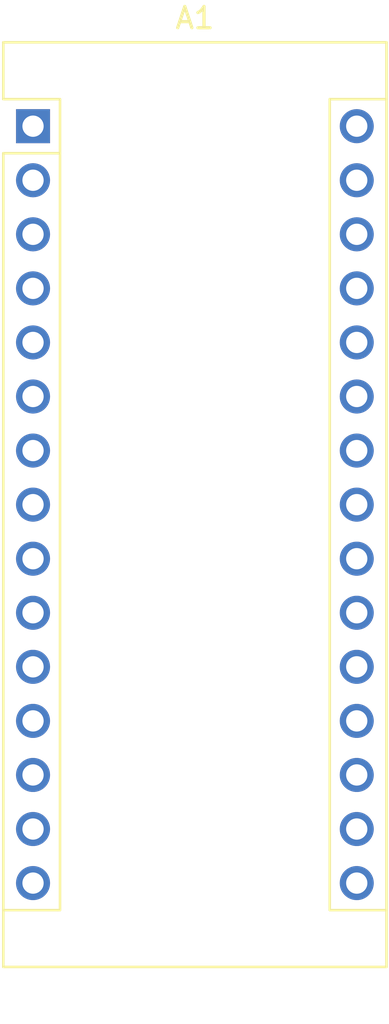
<source format=kicad_pcb>
(kicad_pcb (version 20211014) (generator pcbnew)
  (layers (0 "F.Cu" signal) (31 "B.Cu" signal) (34 "B.Paste" user) (35 "F.Paste" user) (36 "B.SilkS" user "B.Silkscreen") (37 "F.SilkS" user "F.Silkscreen") (38 "B.Mask" user) (39 "F.Mask" user) (44 "Edge.Cuts" user))
  (net 0 "")
  (footprint "Module:Arduino_Nano" (layer "F.Cu") (at 150.8 81.3)
    (fp_text reference "A1" (at 7.62 -5.08) (layer "F.SilkS"))
    (fp_text value "Arduino_Nano_v3.x")
    (fp_line (start 1.27 36.83) (end -1.4 36.83) (layer "F.SilkS") (width 0.12))
    (fp_line (start 1.27 1.27) (end 1.27 -1.27) (layer "F.SilkS") (width 0.12))
    (fp_line (start 13.97 -1.27) (end 13.97 36.83) (layer "F.SilkS") (width 0.12))
    (fp_line (start -1.4 39.5) (end 16.64 39.5) (layer "F.SilkS") (width 0.12))
    (fp_line (start 13.97 36.83) (end 16.64 36.83) (layer "F.SilkS") (width 0.12))
    (fp_line (start 1.27 1.27) (end -1.4 1.27) (layer "F.SilkS") (width 0.12))
    (fp_line (start 1.27 1.27) (end 1.27 36.83) (layer "F.SilkS") (width 0.12))
    (fp_line (start 13.97 -1.27) (end 16.64 -1.27) (layer "F.SilkS") (width 0.12))
    (fp_line (start 1.27 -1.27) (end -1.4 -1.27) (layer "F.SilkS") (width 0.12))
    (fp_line (start -1.4 -3.94) (end -1.4 -1.27) (layer "F.SilkS") (width 0.12))
    (fp_line (start 16.64 -3.94) (end -1.4 -3.94) (layer "F.SilkS") (width 0.12))
    (fp_line (start 16.64 39.5) (end 16.64 -3.94) (layer "F.SilkS") (width 0.12))
    (fp_line (start -1.4 1.27) (end -1.4 39.5) (layer "F.SilkS") (width 0.12))
    (pad "1" thru_hole rect (at 0 0) (size 1.6 1.6) (drill 1) (layers *.Cu *.Mask))
    (pad "2" thru_hole oval (at 0 2.54) (size 1.6 1.6) (drill 1) (layers *.Cu *.Mask))
    (pad "3" thru_hole oval (at 0 5.08) (size 1.6 1.6) (drill 1) (layers *.Cu *.Mask))
    (pad "4" thru_hole oval (at 0 7.62) (size 1.6 1.6) (drill 1) (layers *.Cu *.Mask))
    (pad "5" thru_hole oval (at 0 10.16) (size 1.6 1.6) (drill 1) (layers *.Cu *.Mask))
    (pad "6" thru_hole oval (at 0 12.7) (size 1.6 1.6) (drill 1) (layers *.Cu *.Mask))
    (pad "7" thru_hole oval (at 0 15.24) (size 1.6 1.6) (drill 1) (layers *.Cu *.Mask))
    (pad "8" thru_hole oval (at 0 17.78) (size 1.6 1.6) (drill 1) (layers *.Cu *.Mask))
    (pad "9" thru_hole oval (at 0 20.32) (size 1.6 1.6) (drill 1) (layers *.Cu *.Mask))
    (pad "10" thru_hole oval (at 0 22.86) (size 1.6 1.6) (drill 1) (layers *.Cu *.Mask))
    (pad "11" thru_hole oval (at 0 25.4) (size 1.6 1.6) (drill 1) (layers *.Cu *.Mask))
    (pad "12" thru_hole oval (at 0 27.94) (size 1.6 1.6) (drill 1) (layers *.Cu *.Mask))
    (pad "13" thru_hole oval (at 0 30.48) (size 1.6 1.6) (drill 1) (layers *.Cu *.Mask))
    (pad "14" thru_hole oval (at 0 33.02) (size 1.6 1.6) (drill 1) (layers *.Cu *.Mask))
    (pad "15" thru_hole oval (at 0 35.56) (size 1.6 1.6) (drill 1) (layers *.Cu *.Mask))
    (pad "16" thru_hole oval (at 15.24 35.56) (size 1.6 1.6) (drill 1) (layers *.Cu *.Mask))
    (pad "17" thru_hole oval (at 15.24 33.02) (size 1.6 1.6) (drill 1) (layers *.Cu *.Mask))
    (pad "18" thru_hole oval (at 15.24 30.48) (size 1.6 1.6) (drill 1) (layers *.Cu *.Mask))
    (pad "19" thru_hole oval (at 15.24 27.94) (size 1.6 1.6) (drill 1) (layers *.Cu *.Mask))
    (pad "20" thru_hole oval (at 15.24 25.4) (size 1.6 1.6) (drill 1) (layers *.Cu *.Mask))
    (pad "21" thru_hole oval (at 15.24 22.86) (size 1.6 1.6) (drill 1) (layers *.Cu *.Mask))
    (pad "22" thru_hole oval (at 15.24 20.32) (size 1.6 1.6) (drill 1) (layers *.Cu *.Mask))
    (pad "23" thru_hole oval (at 15.24 17.78) (size 1.6 1.6) (drill 1) (layers *.Cu *.Mask))
    (pad "24" thru_hole oval (at 15.24 15.24) (size 1.6 1.6) (drill 1) (layers *.Cu *.Mask))
    (pad "25" thru_hole oval (at 15.24 12.7) (size 1.6 1.6) (drill 1) (layers *.Cu *.Mask))
    (pad "26" thru_hole oval (at 15.24 10.16) (size 1.6 1.6) (drill 1) (layers *.Cu *.Mask))
    (pad "27" thru_hole oval (at 15.24 7.62) (size 1.6 1.6) (drill 1) (layers *.Cu *.Mask))
    (pad "28" thru_hole oval (at 15.24 5.08) (size 1.6 1.6) (drill 1) (layers *.Cu *.Mask))
    (pad "29" thru_hole oval (at 15.24 2.54) (size 1.6 1.6) (drill 1) (layers *.Cu *.Mask))
    (pad "30" thru_hole oval (at 15.24 0) (size 1.6 1.6) (drill 1) (layers *.Cu *.Mask))
  )
)
</source>
